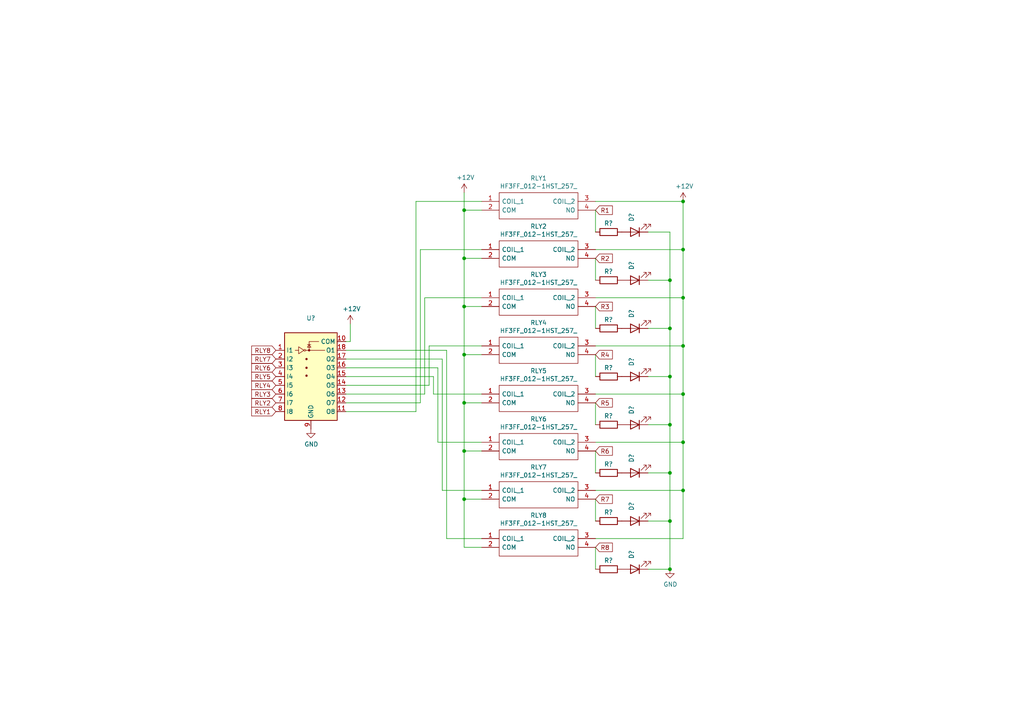
<source format=kicad_sch>
(kicad_sch (version 20211123) (generator eeschema)
  (paper "A4")
  (title_block (title "Relays") (date "2022-12-24") (rev "RC11"))
  (lib_symbols
    (symbol "RC10-rescue:+12V-power" (power) (pin_names (offset 0))
      (property "Value" "+12V-power" (at 0 3.556 0))
      (symbol "+12V-power_0_1"
        (polyline (pts (xy -0.762 1.27) (xy 0 2.54)))
        (polyline (pts (xy 0 0) (xy 0 2.54)))
        (polyline (pts (xy 0 2.54) (xy 0.762 1.27)))
      )
      (symbol "+12V-power_1_1"
        (pin power_in line (at 0 0 90) (length 0) hide (name "+12V") (number "1"))
      )
    )
    (symbol "RC10-rescue:GND-power" (power) (pin_names (offset 0))
      (property "Value" "GND-power" (at 0 -3.81 0))
      (symbol "GND-power_0_1"
        (polyline (pts (xy 0 0) (xy 0 -1.27) (xy 1.27 -1.27) (xy 0 -2.54) (xy -1.27 -1.27) (xy 0 -1.27)))
      )
      (symbol "GND-power_1_1"
        (pin power_in line (at 0 0 270) (length 0) hide (name "GND") (number "1"))
      )
    )
    (symbol "RC10-rescue:HF3FF_012-1HST_257_-MyLib" (pin_names (offset 0.762))
      (property "Reference" "RLY" (at 29.21 7.62 0))
      (property "Value" "HF3FF_012-1HST_257_-MyLib" (at 29.21 5.08 0))
      (symbol "HF3FF_012-1HST_257_-MyLib_0_0"
        (pin passive line (at 0 0 0) (length 5.08) (name "COIL_1") (number "1"))
        (pin passive line (at 0 -2.54 0) (length 5.08) (name "COM") (number "2"))
        (pin passive line (at 33.02 0 180) (length 5.08) (name "COIL_2") (number "3"))
        (pin passive line (at 33.02 -2.54 180) (length 5.08) (name "NO") (number "4"))
      )
      (symbol "HF3FF_012-1HST_257_-MyLib_0_1"
        (polyline (pts (xy 5.08 2.54) (xy 27.94 2.54) (xy 27.94 -5.08) (xy 5.08 -5.08) (xy 5.08 2.54)) (stroke (width 0.1524)))
      )
    )
    (symbol "RC10-rescue:LED-Device" (pin_numbers hide) (pin_names (offset 1.016) hide)
      (property "Reference" "D" (at 0 2.54 0))
      (property "Value" "LED-Device" (at 0 -2.54 0))
      (symbol "LED-Device_0_1"
        (polyline (pts (xy -1.27 -1.27) (xy -1.27 1.27)) (stroke (width 0.254)))
        (polyline (pts (xy -1.27 0) (xy 1.27 0)))
        (polyline (pts (xy 1.27 -1.27) (xy 1.27 1.27) (xy -1.27 0) (xy 1.27 -1.27)) (stroke (width 0.254)))
        (polyline (pts (xy -3.048 -0.762) (xy -4.572 -2.286) (xy -3.81 -2.286) (xy -4.572 -2.286) (xy -4.572 -1.524)))
        (polyline (pts (xy -1.778 -0.762) (xy -3.302 -2.286) (xy -2.54 -2.286) (xy -3.302 -2.286) (xy -3.302 -1.524)))
      )
      (symbol "LED-Device_1_1"
        (pin passive line (at -3.81 0 0) (length 2.54) (name "K") (number "1"))
        (pin passive line (at 3.81 0 180) (length 2.54) (name "A") (number "2"))
      )
    )
    (symbol "RC10-rescue:R-Device" (pin_numbers hide) (pin_names (offset 0))
      (property "Reference" "R" (at 2.032 0 90))
      (property "Value" "R-Device" (at 0 0 90))
      (symbol "R-Device_0_1"
        (rectangle (start -1.016 -2.54) (end 1.016 2.54) (stroke (width 0.254)))
      )
      (symbol "R-Device_1_1"
        (pin passive line (at 0 3.81 270) (length 1.27) (name "~") (number "1"))
        (pin passive line (at 0 -3.81 90) (length 1.27) (name "~") (number "2"))
      )
    )
    (symbol "RC10-rescue:ULN2803A-Transistor_Array"
      (property "Reference" "U" (at 0 13.335 0))
      (property "Value" "ULN2803A-Transistor_Array" (at 0 11.43 0))
      (symbol "ULN2803A-Transistor_Array_0_1"
        (rectangle (start -7.62 -15.24) (end 7.62 10.16) (stroke (width 0.254)) (fill (type background)))
        (circle (center -1.778 5.08) (radius 0.254))
        (circle (center -1.27 -2.286) (radius 0.254) (fill (type outline)))
        (circle (center -1.27 0) (radius 0.254) (fill (type outline)))
        (circle (center -1.27 2.54) (radius 0.254) (fill (type outline)))
        (circle (center -0.508 5.08) (radius 0.254) (fill (type outline)))
        (polyline (pts (xy -4.572 5.08) (xy -3.556 5.08)))
        (polyline (pts (xy -1.524 5.08) (xy 4.064 5.08)))
        (polyline (pts (xy 0 6.731) (xy -1.016 6.731)))
        (polyline (pts (xy -0.508 5.08) (xy -0.508 7.62) (xy 2.286 7.62)))
        (polyline (pts (xy -3.556 6.096) (xy -3.556 4.064) (xy -2.032 5.08) (xy -3.556 6.096)))
        (polyline (pts (xy 0 5.969) (xy -1.016 5.969) (xy -0.508 6.731) (xy 0 5.969)))
      )
      (symbol "ULN2803A-Transistor_Array_1_1"
        (pin input line (at -10.16 5.08 0) (length 2.54) (name "I1") (number "1"))
        (pin passive line (at 10.16 7.62 180) (length 2.54) (name "COM") (number "10"))
        (pin open_collector line (at 10.16 -12.7 180) (length 2.54) (name "O8") (number "11"))
        (pin open_collector line (at 10.16 -10.16 180) (length 2.54) (name "O7") (number "12"))
        (pin open_collector line (at 10.16 -7.62 180) (length 2.54) (name "O6") (number "13"))
        (pin open_collector line (at 10.16 -5.08 180) (length 2.54) (name "O5") (number "14"))
        (pin open_collector line (at 10.16 -2.54 180) (length 2.54) (name "O4") (number "15"))
        (pin open_collector line (at 10.16 0 180) (length 2.54) (name "O3") (number "16"))
        (pin open_collector line (at 10.16 2.54 180) (length 2.54) (name "O2") (number "17"))
        (pin open_collector line (at 10.16 5.08 180) (length 2.54) (name "O1") (number "18"))
        (pin input line (at -10.16 2.54 0) (length 2.54) (name "I2") (number "2"))
        (pin input line (at -10.16 0 0) (length 2.54) (name "I3") (number "3"))
        (pin input line (at -10.16 -2.54 0) (length 2.54) (name "I4") (number "4"))
        (pin input line (at -10.16 -5.08 0) (length 2.54) (name "I5") (number "5"))
        (pin input line (at -10.16 -7.62 0) (length 2.54) (name "I6") (number "6"))
        (pin input line (at -10.16 -10.16 0) (length 2.54) (name "I7") (number "7"))
        (pin input line (at -10.16 -12.7 0) (length 2.54) (name "I8") (number "8"))
        (pin power_in line (at 0 -17.78 90) (length 2.54) (name "GND") (number "9"))
      )
    )
  )
  (junction (at 194.31 109.22))
  (junction (at 198.12 72.39))
  (junction (at 194.31 81.28))
  (junction (at 134.62 60.96))
  (junction (at 198.12 58.42))
  (junction (at 198.12 86.36))
  (junction (at 134.62 144.78))
  (junction (at 134.62 130.81))
  (junction (at 134.62 74.93))
  (junction (at 198.12 114.3))
  (junction (at 194.31 151.13))
  (junction (at 198.12 142.24))
  (junction (at 134.62 116.84))
  (junction (at 194.31 123.19))
  (junction (at 198.12 128.27))
  (junction (at 198.12 100.33))
  (junction (at 134.62 102.87))
  (junction (at 134.62 88.9))
  (junction (at 194.31 165.1))
  (junction (at 194.31 95.25))
  (junction (at 194.31 137.16))
  (wire (pts (xy 194.31 67.31) (xy 194.31 81.28)))
  (wire (pts (xy 100.33 101.6) (xy 129.54 101.6)))
  (wire (pts (xy 139.7 116.84) (xy 134.62 116.84)))
  (wire (pts (xy 194.31 95.25) (xy 194.31 109.22)))
  (wire (pts (xy 100.33 106.68) (xy 127 106.68)))
  (wire (pts (xy 134.62 102.87) (xy 134.62 116.84)))
  (wire (pts (xy 172.72 88.9) (xy 172.72 95.25)))
  (wire (pts (xy 187.96 67.31) (xy 194.31 67.31)))
  (wire (pts (xy 128.27 142.24) (xy 139.7 142.24)))
  (wire (pts (xy 172.72 102.87) (xy 172.72 109.22)))
  (wire (pts (xy 198.12 128.27) (xy 198.12 114.3)))
  (wire (pts (xy 194.31 137.16) (xy 194.31 151.13)))
  (wire (pts (xy 134.62 60.96) (xy 134.62 74.93)))
  (wire (pts (xy 172.72 156.21) (xy 198.12 156.21)))
  (wire (pts (xy 172.72 58.42) (xy 198.12 58.42)))
  (wire (pts (xy 134.62 74.93) (xy 134.62 88.9)))
  (wire (pts (xy 121.92 116.84) (xy 121.92 72.39)))
  (wire (pts (xy 172.72 151.13) (xy 172.72 144.78)))
  (wire (pts (xy 139.7 102.87) (xy 134.62 102.87)))
  (wire (pts (xy 187.96 95.25) (xy 194.31 95.25)))
  (wire (pts (xy 139.7 88.9) (xy 134.62 88.9)))
  (wire (pts (xy 139.7 60.96) (xy 134.62 60.96)))
  (wire (pts (xy 125.73 114.3) (xy 139.7 114.3)))
  (wire (pts (xy 194.31 109.22) (xy 194.31 123.19)))
  (wire (pts (xy 129.54 156.21) (xy 139.7 156.21)))
  (wire (pts (xy 123.19 114.3) (xy 123.19 86.36)))
  (wire (pts (xy 198.12 72.39) (xy 198.12 58.42)))
  (wire (pts (xy 134.62 60.96) (xy 134.62 55.88)))
  (wire (pts (xy 100.33 111.76) (xy 124.46 111.76)))
  (wire (pts (xy 187.96 123.19) (xy 194.31 123.19)))
  (wire (pts (xy 198.12 100.33) (xy 198.12 86.36)))
  (wire (pts (xy 128.27 104.14) (xy 128.27 142.24)))
  (wire (pts (xy 100.33 119.38) (xy 120.65 119.38)))
  (wire (pts (xy 194.31 151.13) (xy 194.31 165.1)))
  (wire (pts (xy 100.33 109.22) (xy 125.73 109.22)))
  (wire (pts (xy 172.72 67.31) (xy 172.72 60.96)))
  (wire (pts (xy 172.72 137.16) (xy 172.72 130.81)))
  (wire (pts (xy 139.7 130.81) (xy 134.62 130.81)))
  (wire (pts (xy 198.12 142.24) (xy 198.12 128.27)))
  (wire (pts (xy 198.12 156.21) (xy 198.12 142.24)))
  (wire (pts (xy 134.62 88.9) (xy 134.62 102.87)))
  (wire (pts (xy 187.96 81.28) (xy 194.31 81.28)))
  (wire (pts (xy 121.92 72.39) (xy 139.7 72.39)))
  (wire (pts (xy 198.12 114.3) (xy 198.12 100.33)))
  (wire (pts (xy 125.73 109.22) (xy 125.73 114.3)))
  (wire (pts (xy 139.7 74.93) (xy 134.62 74.93)))
  (wire (pts (xy 100.33 99.06) (xy 101.6 99.06)))
  (wire (pts (xy 172.72 72.39) (xy 198.12 72.39)))
  (wire (pts (xy 172.72 114.3) (xy 198.12 114.3)))
  (wire (pts (xy 134.62 144.78) (xy 134.62 158.75)))
  (wire (pts (xy 100.33 104.14) (xy 128.27 104.14)))
  (wire (pts (xy 127 106.68) (xy 127 128.27)))
  (wire (pts (xy 134.62 158.75) (xy 139.7 158.75)))
  (wire (pts (xy 100.33 114.3) (xy 123.19 114.3)))
  (wire (pts (xy 124.46 111.76) (xy 124.46 100.33)))
  (wire (pts (xy 134.62 116.84) (xy 134.62 130.81)))
  (wire (pts (xy 172.72 165.1) (xy 172.72 158.75)))
  (wire (pts (xy 172.72 86.36) (xy 198.12 86.36)))
  (wire (pts (xy 172.72 142.24) (xy 198.12 142.24)))
  (wire (pts (xy 172.72 74.93) (xy 172.72 81.28)))
  (wire (pts (xy 172.72 123.19) (xy 172.72 116.84)))
  (wire (pts (xy 124.46 100.33) (xy 139.7 100.33)))
  (wire (pts (xy 139.7 144.78) (xy 134.62 144.78)))
  (wire (pts (xy 120.65 119.38) (xy 120.65 58.42)))
  (wire (pts (xy 187.96 151.13) (xy 194.31 151.13)))
  (wire (pts (xy 134.62 130.81) (xy 134.62 144.78)))
  (wire (pts (xy 198.12 86.36) (xy 198.12 72.39)))
  (wire (pts (xy 129.54 101.6) (xy 129.54 156.21)))
  (wire (pts (xy 187.96 109.22) (xy 194.31 109.22)))
  (wire (pts (xy 187.96 165.1) (xy 194.31 165.1)))
  (wire (pts (xy 172.72 128.27) (xy 198.12 128.27)))
  (wire (pts (xy 100.33 116.84) (xy 121.92 116.84)))
  (wire (pts (xy 194.31 123.19) (xy 194.31 137.16)))
  (wire (pts (xy 120.65 58.42) (xy 139.7 58.42)))
  (wire (pts (xy 123.19 86.36) (xy 139.7 86.36)))
  (wire (pts (xy 127 128.27) (xy 139.7 128.27)))
  (wire (pts (xy 194.31 81.28) (xy 194.31 95.25)))
  (wire (pts (xy 187.96 137.16) (xy 194.31 137.16)))
  (wire (pts (xy 172.72 100.33) (xy 198.12 100.33)))
  (wire (pts (xy 101.6 99.06) (xy 101.6 93.98)))
  (global_label "RLY6" (shape input) (at 80.01 106.68 180) (property "Intersheet References" "${INTERSHEET_REFS}" (effects hide)))
  (global_label "RLY2" (shape input) (at 80.01 116.84 180) (property "Intersheet References" "${INTERSHEET_REFS}" (effects hide)))
  (global_label "R7" (shape input) (at 172.72 144.78 0) (property "Intersheet References" "${INTERSHEET_REFS}" (effects hide)))
  (global_label "RLY4" (shape input) (at 80.01 111.76 180) (property "Intersheet References" "${INTERSHEET_REFS}" (effects hide)))
  (global_label "RLY1" (shape input) (at 80.01 119.38 180) (property "Intersheet References" "${INTERSHEET_REFS}" (effects hide)))
  (global_label "RLY3" (shape input) (at 80.01 114.3 180) (property "Intersheet References" "${INTERSHEET_REFS}" (effects hide)))
  (global_label "R6" (shape input) (at 172.72 130.81 0) (property "Intersheet References" "${INTERSHEET_REFS}" (effects hide)))
  (global_label "R4" (shape input) (at 172.72 102.87 0) (property "Intersheet References" "${INTERSHEET_REFS}" (effects hide)))
  (global_label "R8" (shape input) (at 172.72 158.75 0) (property "Intersheet References" "${INTERSHEET_REFS}" (effects hide)))
  (global_label "RLY8" (shape input) (at 80.01 101.6 180) (property "Intersheet References" "${INTERSHEET_REFS}" (effects hide)))
  (global_label "R1" (shape input) (at 172.72 60.96 0) (property "Intersheet References" "${INTERSHEET_REFS}" (effects hide)))
  (global_label "R2" (shape input) (at 172.72 74.93 0) (property "Intersheet References" "${INTERSHEET_REFS}" (effects hide)))
  (global_label "RLY5" (shape input) (at 80.01 109.22 180) (property "Intersheet References" "${INTERSHEET_REFS}" (effects hide)))
  (global_label "R5" (shape input) (at 172.72 116.84 0) (property "Intersheet References" "${INTERSHEET_REFS}" (effects hide)))
  (global_label "RLY7" (shape input) (at 80.01 104.14 180) (property "Intersheet References" "${INTERSHEET_REFS}" (effects hide)))
  (global_label "R3" (shape input) (at 172.72 88.9 0) (property "Intersheet References" "${INTERSHEET_REFS}" (effects hide)))
  (symbol (lib_id "RC10-rescue:HF3FF_012-1HST_257_-MyLib") (at 139.7 156.21 0) (unit 1)
    (property "Reference" "RLY8" (at 156.21 149.479 0))
    (property "Value" "HF3FF_012-1HST_257_" (at 156.21 151.7904 0))
    (property "Footprint" "MyFootprints:HF3FF0121HST257" (effects hide))
    (property "Datasheet" "http://www.hongfaamerica.com/hq/PDF/HF3FF_en.pdf" (effects hide))
    (property "Description" "HF3FF Series 15 A SPST 12 VDC PCB Mount Sealed Subminiature High Power Relay" (effects hide))
    (property "Height" "15.9" (effects hide))
    (property "Manufacturer_Name" "Hongfa" (effects hide))
    (property "Manufacturer_Part_Number" "HF3FF/012-1HST(257)" (effects hide))
  )
  (symbol (lib_id "RC10-rescue:GND-power") (at 90.17 124.46 0) (unit 1)
    (property "Reference" "#PWR040" (effects hide))
    (property "Value" "GND" (at 90.297 128.8542 0))
  )
  (symbol (lib_id "RC10-rescue:GND-power") (at 194.31 165.1 0) (unit 1)
    (property "Reference" "#PWR042" (effects hide))
    (property "Value" "GND" (at 194.437 169.4942 0))
  )
  (symbol (lib_id "RC10-rescue:HF3FF_012-1HST_257_-MyLib") (at 139.7 58.42 0) (unit 1)
    (property "Reference" "RLY1" (at 156.21 51.689 0))
    (property "Value" "HF3FF_012-1HST_257_" (at 156.21 54.0004 0))
    (property "Footprint" "MyFootprints:HF3FF0121HST257" (effects hide))
    (property "Datasheet" "http://www.hongfaamerica.com/hq/PDF/HF3FF_en.pdf" (effects hide))
    (property "Description" "HF3FF Series 15 A SPST 12 VDC PCB Mount Sealed Subminiature High Power Relay" (effects hide))
    (property "Height" "15.9" (effects hide))
    (property "Manufacturer_Name" "Hongfa" (effects hide))
    (property "Manufacturer_Part_Number" "HF3FF/012-1HST(257)" (effects hide))
  )
  (symbol (lib_id "RC10-rescue:HF3FF_012-1HST_257_-MyLib") (at 139.7 72.39 0) (unit 1)
    (property "Reference" "RLY2" (at 156.21 65.659 0))
    (property "Value" "HF3FF_012-1HST_257_" (at 156.21 67.9704 0))
    (property "Footprint" "MyFootprints:HF3FF0121HST257" (effects hide))
    (property "Datasheet" "http://www.hongfaamerica.com/hq/PDF/HF3FF_en.pdf" (effects hide))
    (property "Description" "HF3FF Series 15 A SPST 12 VDC PCB Mount Sealed Subminiature High Power Relay" (effects hide))
    (property "Height" "15.9" (effects hide))
    (property "Manufacturer_Name" "Hongfa" (effects hide))
    (property "Manufacturer_Part_Number" "HF3FF/012-1HST(257)" (effects hide))
  )
  (symbol (lib_id "RC10-rescue:HF3FF_012-1HST_257_-MyLib") (at 139.7 86.36 0) (unit 1)
    (property "Reference" "RLY3" (at 156.21 79.629 0))
    (property "Value" "HF3FF_012-1HST_257_" (at 156.21 81.9404 0))
    (property "Footprint" "MyFootprints:HF3FF0121HST257" (effects hide))
    (property "Datasheet" "http://www.hongfaamerica.com/hq/PDF/HF3FF_en.pdf" (effects hide))
    (property "Description" "HF3FF Series 15 A SPST 12 VDC PCB Mount Sealed Subminiature High Power Relay" (effects hide))
    (property "Height" "15.9" (effects hide))
    (property "Manufacturer_Name" "Hongfa" (effects hide))
    (property "Manufacturer_Part_Number" "HF3FF/012-1HST(257)" (effects hide))
  )
  (symbol (lib_id "RC10-rescue:HF3FF_012-1HST_257_-MyLib") (at 139.7 100.33 0) (unit 1)
    (property "Reference" "RLY4" (at 156.21 93.599 0))
    (property "Value" "HF3FF_012-1HST_257_" (at 156.21 95.9104 0))
    (property "Footprint" "MyFootprints:HF3FF0121HST257" (effects hide))
    (property "Datasheet" "http://www.hongfaamerica.com/hq/PDF/HF3FF_en.pdf" (effects hide))
    (property "Description" "HF3FF Series 15 A SPST 12 VDC PCB Mount Sealed Subminiature High Power Relay" (effects hide))
    (property "Height" "15.9" (effects hide))
    (property "Manufacturer_Name" "Hongfa" (effects hide))
    (property "Manufacturer_Part_Number" "HF3FF/012-1HST(257)" (effects hide))
  )
  (symbol (lib_id "RC10-rescue:HF3FF_012-1HST_257_-MyLib") (at 139.7 114.3 0) (unit 1)
    (property "Reference" "RLY5" (at 156.21 107.569 0))
    (property "Value" "HF3FF_012-1HST_257_" (at 156.21 109.8804 0))
    (property "Footprint" "MyFootprints:HF3FF0121HST257" (effects hide))
    (property "Datasheet" "http://www.hongfaamerica.com/hq/PDF/HF3FF_en.pdf" (effects hide))
    (property "Description" "HF3FF Series 15 A SPST 12 VDC PCB Mount Sealed Subminiature High Power Relay" (effects hide))
    (property "Height" "15.9" (effects hide))
    (property "Manufacturer_Name" "Hongfa" (effects hide))
    (property "Manufacturer_Part_Number" "HF3FF/012-1HST(257)" (effects hide))
  )
  (symbol (lib_id "RC10-rescue:HF3FF_012-1HST_257_-MyLib") (at 139.7 128.27 0) (unit 1)
    (property "Reference" "RLY6" (at 156.21 121.539 0))
    (property "Value" "HF3FF_012-1HST_257_" (at 156.21 123.8504 0))
    (property "Footprint" "MyFootprints:HF3FF0121HST257" (effects hide))
    (property "Datasheet" "http://www.hongfaamerica.com/hq/PDF/HF3FF_en.pdf" (effects hide))
    (property "Description" "HF3FF Series 15 A SPST 12 VDC PCB Mount Sealed Subminiature High Power Relay" (effects hide))
    (property "Height" "15.9" (effects hide))
    (property "Manufacturer_Name" "Hongfa" (effects hide))
    (property "Manufacturer_Part_Number" "HF3FF/012-1HST(257)" (effects hide))
  )
  (symbol (lib_id "RC10-rescue:HF3FF_012-1HST_257_-MyLib") (at 139.7 142.24 0) (unit 1)
    (property "Reference" "RLY7" (at 156.21 135.509 0))
    (property "Value" "HF3FF_012-1HST_257_" (at 156.21 137.8204 0))
    (property "Footprint" "MyFootprints:HF3FF0121HST257" (effects hide))
    (property "Datasheet" "http://www.hongfaamerica.com/hq/PDF/HF3FF_en.pdf" (effects hide))
    (property "Description" "HF3FF Series 15 A SPST 12 VDC PCB Mount Sealed Subminiature High Power Relay" (effects hide))
    (property "Height" "15.9" (effects hide))
    (property "Manufacturer_Name" "Hongfa" (effects hide))
    (property "Manufacturer_Part_Number" "HF3FF/012-1HST(257)" (effects hide))
  )
  (symbol (lib_id "RC10-rescue:+12V-power") (at 134.62 55.88 0) (unit 1)
    (property "Reference" "#PWR041" (effects hide))
    (property "Value" "+12V" (at 135.001 51.4858 0))
  )
  (symbol (lib_id "RC10-rescue:+12V-power") (at 101.6 93.98 0) (unit 1)
    (property "Reference" "#PWR0101" (effects hide))
    (property "Value" "+12V" (at 101.981 89.5858 0))
  )
  (symbol (lib_id "RC10-rescue:ULN2803A-Transistor_Array") (at 90.17 106.68 0) (unit 1)
    (property "Reference" "U?" (at 90.17 92.2782 0))
    (property "Datasheet" "http://www.ti.com/lit/ds/symlink/uln2803a.pdf" (effects hide))
  )
  (symbol (lib_id "RC10-rescue:LED-Device") (at 184.15 67.31 180) (unit 1)
    (property "Reference" "D?" (at 183.1594 64.3128 90) (effects (justify right)))
  )
  (symbol (lib_id "RC10-rescue:R-Device") (at 176.53 67.31 90) (unit 1)
    (property "Reference" "R?" (at 177.8 64.77 90) (effects (justify left)))
  )
  (symbol (lib_id "RC10-rescue:LED-Device") (at 184.15 81.28 180) (unit 1)
    (property "Reference" "D?" (at 183.1594 78.2828 90) (effects (justify right)))
  )
  (symbol (lib_id "RC10-rescue:R-Device") (at 176.53 81.28 90) (unit 1)
    (property "Reference" "R?" (at 177.8 78.74 90) (effects (justify left)))
  )
  (symbol (lib_id "RC10-rescue:LED-Device") (at 184.15 95.25 180) (unit 1)
    (property "Reference" "D?" (at 183.1594 92.2528 90) (effects (justify right)))
  )
  (symbol (lib_id "RC10-rescue:R-Device") (at 176.53 95.25 90) (unit 1)
    (property "Reference" "R?" (at 177.8 92.71 90) (effects (justify left)))
  )
  (symbol (lib_id "RC10-rescue:LED-Device") (at 184.15 109.22 180) (unit 1)
    (property "Reference" "D?" (at 183.1594 106.2228 90) (effects (justify right)))
  )
  (symbol (lib_id "RC10-rescue:R-Device") (at 176.53 109.22 90) (unit 1)
    (property "Reference" "R?" (at 177.8 106.68 90) (effects (justify left)))
  )
  (symbol (lib_id "RC10-rescue:LED-Device") (at 184.15 123.19 180) (unit 1)
    (property "Reference" "D?" (at 183.1594 120.1928 90) (effects (justify right)))
  )
  (symbol (lib_id "RC10-rescue:R-Device") (at 176.53 123.19 90) (unit 1)
    (property "Reference" "R?" (at 177.8 120.65 90) (effects (justify left)))
  )
  (symbol (lib_id "RC10-rescue:LED-Device") (at 184.15 137.16 180) (unit 1)
    (property "Reference" "D?" (at 183.1594 134.1628 90) (effects (justify right)))
  )
  (symbol (lib_id "RC10-rescue:R-Device") (at 176.53 137.16 90) (unit 1)
    (property "Reference" "R?" (at 177.8 134.62 90) (effects (justify left)))
  )
  (symbol (lib_id "RC10-rescue:LED-Device") (at 184.15 151.13 180) (unit 1)
    (property "Reference" "D?" (at 183.1594 148.1328 90) (effects (justify right)))
  )
  (symbol (lib_id "RC10-rescue:R-Device") (at 176.53 151.13 90) (unit 1)
    (property "Reference" "R?" (at 177.8 148.59 90) (effects (justify left)))
  )
  (symbol (lib_id "RC10-rescue:LED-Device") (at 184.15 165.1 180) (unit 1)
    (property "Reference" "D?" (at 183.1594 162.1028 90) (effects (justify right)))
  )
  (symbol (lib_id "RC10-rescue:R-Device") (at 176.53 165.1 90) (unit 1)
    (property "Reference" "R?" (at 177.8 162.56 90) (effects (justify left)))
  )
  (symbol (lib_id "RC10-rescue:+12V-power") (at 198.12 58.42 0) (unit 1)
    (property "Reference" "#PWR0109" (effects hide))
    (property "Value" "+12V" (at 198.501 54.0258 0))
  )
)
</source>
